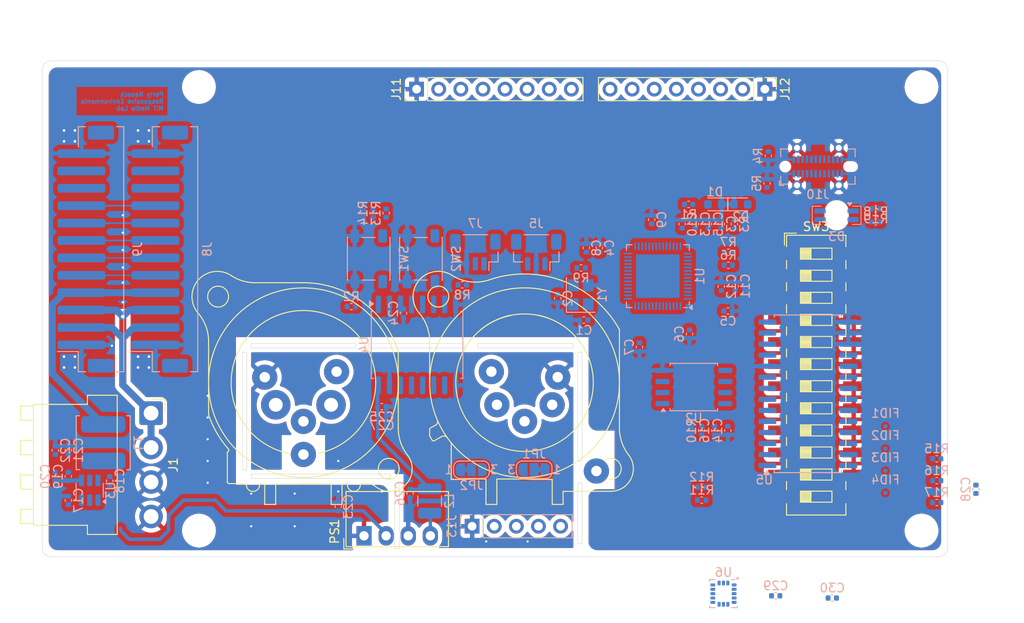
<source format=kicad_pcb>
(kicad_pcb (version 20240108) (generator "pcbnew") (generator_version "8.0")
  (title_block (title "Generic Pan Tilt PCB") (date "2024-07-16") (company "Responsive Environments, MIT Media Lab") (comment 1 "Perry Naseck, Sam Chin, Brian Mayton"))
  (layers (0 "F.Cu" mixed) (31 "B.Cu" mixed) (34 "B.Paste" user) (35 "F.Paste" user) (36 "B.SilkS" user "B.Silkscreen") (37 "F.SilkS" user "F.Silkscreen") (38 "B.Mask" user) (39 "F.Mask" user) (44 "Edge.Cuts" user))
  (net 0 "")
  (net 1 "Net-(D1-A)")
  (net 2 "GND")
  (net 3 "+3V3")
  (net 4 "/generic-pan-tilt-pcb_dmx-expansion/EXP_IN_+")
  (net 5 "/generic-pan-tilt-pcb_dmx-expansion/EXP_IN_-")
  (net 6 "/RS485_GND")
  (net 7 "/RS485_B-")
  (net 8 "/RS485_A+")
  (net 9 "/generic-pan-tilt-pcb_dmx-expansion/EXP_OUT_+")
  (net 10 "/generic-pan-tilt-pcb_dmx-expansion/EXP_OUT_-")
  (net 11 "/SWDIO")
  (net 12 "/EXP_IRQ1")
  (net 13 "/EXP_POCI")
  (net 14 "/I2C_MOT_SCL")
  (net 15 "/EXP_RESET")
  (net 16 "/SPI_MOT_PICO")
  (net 17 "/I2C0_SCL")
  (net 18 "+1V1")
  (net 19 "/RS485_TX")
  (net 20 "/EXP_SCK")
  (net 21 "/LED_BOOT")
  (net 22 "/UART_RX")
  (net 23 "/EXP_CS1")
  (net 24 "/UART_TX")
  (net 25 "/EXP_IRQ0")
  (net 26 "/EXP_PICO")
  (net 27 "/I2C_MOT_SDA")
  (net 28 "/generic-pan-tilt-pcb_rp2040/QSPI_SD3")
  (net 29 "/SPI_MOT_CS_MOT1_GPIO")
  (net 30 "/generic-pan-tilt-pcb_rp2040/QSPI_SD2")
  (net 31 "/RESET")
  (net 32 "/SPI_MOT_CS_MOT1_CNTLR")
  (net 33 "/generic-pan-tilt-pcb_rp2040/XIN")
  (net 34 "/RS485_RX")
  (net 35 "/RS485_~{RE}")
  (net 36 "/SPI_MOT_POCI")
  (net 39 "/generic-pan-tilt-pcb_rp2040/XOUT")
  (net 40 "/SWCLK")
  (net 41 "/I2C0_SDA")
  (net 42 "/generic-pan-tilt-pcb_rp2040/QSPI_SD0")
  (net 43 "/EXP_CS0")
  (net 44 "/BOOTSEL")
  (net 45 "/RS485_DE")
  (net 46 "/SPI_MOT_CS_MOT0_CNTLR")
  (net 47 "/SPI_MOT_CS_MOT0_GPIO")
  (net 48 "/generic-pan-tilt-pcb_rp2040/QSPI_SD1")
  (net 49 "/SPI_MOT_SCK")
  (net 52 "/generic-pan-tilt-pcb_rp2040/QSPI_CLK")
  (net 53 "+24V")
  (net 56 "/generic-pan-tilt-pcb_rs485/+3V3_ISO")
  (net 57 "/RS485_OUT_B-")
  (net 59 "/RS485_OUT_A+")
  (net 61 "/generic-pan-tilt-pcb_hid/DIP3")
  (net 62 "/generic-pan-tilt-pcb_hid/DIP0")
  (net 65 "/generic-pan-tilt-pcb_hid/DIP11")
  (net 66 "/generic-pan-tilt-pcb_hid/DIP10")
  (net 67 "/generic-pan-tilt-pcb_hid/DIP6")
  (net 68 "Net-(U5-~{RESET})")
  (net 69 "/generic-pan-tilt-pcb_hid/DIP4")
  (net 70 "/generic-pan-tilt-pcb_hid/DIP9")
  (net 72 "/generic-pan-tilt-pcb_hid/DIP1")
  (net 73 "/generic-pan-tilt-pcb_hid/DIP7")
  (net 74 "/generic-pan-tilt-pcb_hid/DIP5")
  (net 75 "Net-(U5-INTA)")
  (net 76 "/generic-pan-tilt-pcb_hid/LED1_G")
  (net 77 "Net-(U5-INTB)")
  (net 78 "/generic-pan-tilt-pcb_hid/DIP2")
  (net 79 "/generic-pan-tilt-pcb_hid/LED1_R")
  (net 80 "/generic-pan-tilt-pcb_hid/DIP8")
  (net 87 "Net-(R2-Pad2)")
  (net 88 "Net-(D2-A)")
  (net 89 "Net-(J10-CC2)")
  (net 90 "Net-(J10-CC1)")
  (net 91 "/USB_D-")
  (net 92 "/USB_D+")
  (net 93 "/generic-pan-tilt-pcb_rp2040/XOUT_R")
  (net 94 "VBUS")
  (net 97 "/generic-pan-tilt-pcb_24v_to_3.3v/+3V3_UNFILTERED")
  (net 98 "/generic-pan-tilt-pcb_24v_to_3.3v/+3V3_BST")
  (net 99 "/generic-pan-tilt-pcb_rs485/+3V3_ISO_UNFILTERED")
  (net 100 "/generic-pan-tilt-pcb_rp2040/USB_UNTERMINATED_D-")
  (net 101 "/generic-pan-tilt-pcb_rp2040/USB_UNTERMINATED_D+")
  (net 102 "Net-(D3-K1)")
  (net 103 "Net-(D3-K2)")
  (footprint "generic-pan-tilt-pcb:Jack_XLR_Neutrik_NC5MAV_Vertical_mod" (layer "F.Cu") (at 111 103.5)
    (property "Reference" "J2" (hide yes))
    (property "Value" "NC5MAV" (hide yes))
  )
  (footprint "Connector_JST:JST_VH_B4PS-VH_1x04_P3.96mm_Horizontal" (layer "F.Cu") (at 93.5 107 -90)
    (property "Reference" "J1")
    (property "Value" "B4P-VH-FB-B")
  )
  (footprint "generic-pan-tilt-pcb:Jack_XLR_Neutrik_NC5FAV_Vertical_mod" (layer "F.Cu") (at 136.4 103.5)
    (property "Reference" "J3" (hide yes))
    (property "Value" "NC5FAV" (hide yes))
  )
  (footprint "Connector_PinHeader_2.54mm:PinHeader_1x08_P2.54mm_Vertical" (layer "F.Cu") (at 164 69.75 -90)
    (property "Reference" "J12")
    (property "Value" "Conn_01x08")
  )
  (footprint "MountingHole:MountingHole_3.2mm_M3" (layer "F.Cu") (at 99 120.5)
    (property "Reference" "H4" (hide yes))
    (property "Value" "MountingHole" (hide yes))
  )
  (footprint "Connector_PinHeader_2.54mm:PinHeader_1x08_P2.54mm_Vertical" (layer "F.Cu") (at 124 69.75 90)
    (property "Reference" "J11")
    (property "Value" "Conn_01x08")
  )
  (footprint "Button_Switch_SMD:SW_DIP_SPSTx12_Slide_6.7x32.04mm_W8.61mm_P2.54mm_LowProfile" (layer "F.Cu") (at 169.905 102.63)
    (property "Reference" "SW3")
    (property "Value" "219-12LPST")
  )
  (footprint "MountingHole:MountingHole_3.2mm_M3" (layer "F.Cu") (at 99 69.5)
    (property "Reference" "H1" (hide yes))
    (property "Value" "MountingHole" (hide yes))
  )
  (footprint "generic-pan-tilt-pcb:Converter_DCDC_Murata_CMExxxxS3C_THT" (layer "F.Cu") (at 117.96 121.1 90)
    (property "Reference" "PS1")
    (property "Value" "CME0303S3C")
  )
  (footprint "MountingHole:MountingHole_3.2mm_M3" (layer "F.Cu") (at 182 120.5)
    (property "Reference" "H3" (hide yes))
    (property "Value" "MountingHole" (hide yes))
  )
  (footprint "MountingHole:MountingHole_3.2mm_M3" (layer "F.Cu") (at 182 69.5)
    (property "Reference" "H2" (hide yes))
    (property "Value" "MountingHole" (hide yes))
  )
  (footprint "Capacitor_SMD:C_0402_1005Metric" (layer "B.Cu") (at 156.75 115.5 180)
    (property "Reference" "R12")
    (property "Value" "3.3kΩ")
  )
  (footprint "Jumper:SolderJumper-3_P1.3mm_Bridged12_RoundedPad1.0x1.5mm_NumberLabels" (layer "B.Cu") (at 137.5 113.5 180)
    (property "Reference" "JP1")
    (property "Value" "SolderJumper_3_Bridged12")
  )
  (footprint "Package_SO:SOIC-28W_7.5x17.9mm_P1.27mm" (layer "B.Cu") (at 168.95 104.775)
    (property "Reference" "U5")
    (property "Value" "MCP23017_SO")
  )
  (footprint "Connector_JST:JST_PH_B12B-PH-SM4-TB_1x12-1MP_P2.00mm_Vertical" (layer "B.Cu") (at 86 88.15 90)
    (property "Reference" "J9")
    (property "Value" "B12B-PH-SM4-TB")
  )
  (footprint "Capacitor_SMD:C_0402_1005Metric" (layer "B.Cu") (at 156.0125 85.25 90)
    (property "Reference" "C13")
    (property "Value" "0.1µF 10V")
  )
  (footprint "Capacitor_SMD:C_0402_1005Metric" (layer "B.Cu") (at 123.25 116.23 -90)
    (property "Reference" "C26")
    (property "Value" "10µF 10V")
  )
  (footprint "Capacitor_SMD:C_0402_1005Metric" (layer "B.Cu") (at 120.5 84 -90)
    (property "Reference" "R13")
    (property "Value" "3.3kΩ")
  )
  (footprint "Capacitor_SMD:C_0402_1005Metric" (layer "B.Cu") (at 155.35 97.9 -90)
    (property "Reference" "C6")
    (property "Value" "0.1µF 10V")
  )
  (footprint "Capacitor_SMD:C_0402_1005Metric" (layer "B.Cu") (at 176.75 85 180)
    (property "Reference" "R18")
    (property "Value" "108Ω")
  )
  (footprint "Capacitor_SMD:C_0402_1005Metric" (layer "B.Cu") (at 115 117.75 90)
    (property "Reference" "C23")
    (property "Value" "10µF 10V")
  )
  (footprint "Capacitor_SMD:C_0402_1005Metric" (layer "B.Cu") (at 183.75 117.27 180)
    (property "Reference" "R17")
    (property "Value" "10kΩ")
  )
  (footprint "Capacitor_SMD:C_0402_1005Metric" (layer "B.Cu") (at 119 84 -90)
    (property "Reference" "R14")
    (property "Value" "3.3kΩ")
  )
  (footprint "Capacitor_SMD:C_0402_1005Metric" (layer "B.Cu") (at 165.25 128 180)
    (property "Reference" "C29")
    (property "Value" "0.1µF 10V")
  )
  (footprint "Capacitor_SMD:C_0402_1005Metric" (layer "B.Cu") (at 164.4 77.425 -90)
    (property "Reference" "R4")
    (property "Value" "5.1kΩ")
  )
  (footprint "Capacitor_SMD:C_0402_1005Metric" (layer "B.Cu") (at 149.6 99.4 -90)
    (property "Reference" "C7")
    (property "Value" "0.1µF 10V")
  )
  (footprint "Package_DFN_QFN:QFN-56-1EP_7x7mm_P0.4mm_EP3.2x3.2mm" (layer "B.Cu") (at 151.7125 91.25 90)
    (property "Reference" "U1")
    (property "Value" "RP2040")
  )
  (footprint "Capacitor_SMD:C_0402_1005Metric" (layer "B.Cu") (at 188.25 115.75 -90)
    (property "Reference" "C28")
    (property "Value" "0.1µF 10V")
  )
  (footprint "Crystal:Crystal_SMD_3225-4Pin_3.2x2.5mm" (layer "B.Cu") (at 142.8625 93.4 90)
    (property "Reference" "Y1")
    (property "Value" "ABM8-272-T3")
  )
  (footprint "Capacitor_SMD:C_0402_1005Metric" (layer "B.Cu") (at 156.75 109 -90)
    (property "Reference" "R10")
    (property "Value" "10kΩ")
  )
  (footprint "Capacitor_SMD:C_0402_1005Metric" (layer "B.Cu") (at 157.5 85.25 90)
    (property "Reference" "C15")
    (property "Value" "1µF 10V")
  )
  (footprint "Capacitor_SMD:C_0402_1005Metric" (layer "B.Cu") (at 82.5 114.275 -90)
    (property "Reference" "C20")
    (property "Value" "22µF 10V")
  )
  (footprint "Capacitor_SMD:C_0402_1005Metric" (layer "B.Cu") (at 164.25 80.575 -90)
    (property "Reference" "R5")
    (property "Value" "5.1kΩ")
  )
  (footprint "Capacitor_SMD:C_0402_1005Metric" (layer "B.Cu") (at 84 114.275 -90)
    (property "Reference" "C19")
    (property "Value" "22µF 10V")
  )
  (footprint "Connector_USB:USB_C_Receptacle_GCT_USB4115-03-C" (layer "B.Cu") (at 170.1 78.65)
    (property "Reference" "J10")
    (property "Value" "USB4115-03-C")
  )
  (footprint "Package_TO_SOT_SMD:TSOT-23-6" (layer "B.Cu") (at 86.45 115.8625 90)
    (property "Reference" "U3")
    (property "Value" "AP63203WU")
  )
  (footprint "Capacitor_SMD:C_0402_1005Metric" (layer "B.Cu") (at 159.8125 88.5 180)
    (property "Reference" "R7")
    (property "Value" "27Ω")
  )
  (footprint "Capacitor_SMD:C_0402_1005Metric" (layer "B.Cu") (at 160.5 85.25 90)
    (property "Reference" "R3")
    (property "Value" "55Ω")
  )
  (footprint "LED_SMD:LED_0603_1608Metric" (layer "B.Cu") (at 158.25 83 180)
    (property "Reference" "D1")
    (property "Value" "SML-E12M8WT86")
  )
  (footprint "Capacitor_SMD:C_0402_1005Metric" (layer "B.Cu") (at 142.8875 90.3)
    (property "Reference" "R9")
    (property "Value" "1kΩ")
  )
  (footprint "Button_Switch_SMD:SW_SPST_PTS647_Sx70" (layer "B.Cu") (at 124.5 89.25 90)
    (property "Reference" "SW2")
    (property "Value" "PTS 647 SK70 SMTR2 LFS")
  )
  (footprint "Fiducial:Fiducial_0.5mm_Mask1mm" (layer "B.Cu") (at 177.85 116.165 180)
    (property "Reference" "FID4")
    (property "Value" "Fiducial")
  )
  (footprint "Capacitor_SMD:C_0402_1005Metric" (layer "B.Cu") (at 159 92.425 90)
    (property "Reference" "C12")
    (property "Value" "0.1µF 10V")
  )
  (footprint "LED_SMD:LED_0603_1608Metric" (layer "B.Cu") (at 161.25 83)
    (property "Reference" "D2")
    (property "Value" "SML-E12V8WT86")
  )
  (footprint "Capacitor_SMD:C_0402_1005Metric" (layer "B.Cu") (at 116.5 94.75 180)
    (property "Reference" "R2")
    (property "Value" "1kΩ")
  )
  (footprint "Capacitor_SMD:C_0402_1005Metric" (layer "B.Cu") (at 143.2125 96.3)
    (property "Reference" "C1")
    (property "Value" "15pF 25V")
  )
  (footprint "Button_Switch_SMD:SW_SPST_PTS647_Sx70" (layer "B.Cu") (at 118.5 89.25 90)
    (property "Reference" "SW1")
    (property "Value" "PTS 647 SK70 SMTR2 LFS")
  )
  (footprint "Capacitor_SMD:C_0402_1005Metric" (layer "B.Cu") (at 158.25 109 -90)
    (property "Reference" "C16")
    (property "Value" "2.2µF 10V")
  )
  (footprint "Capacitor_SMD:C_0402_1005Metric" (layer "B.Cu") (at 159 85.25 90)
    (property "Reference" "C3")
    (property "Value" "1µF 10V")
  )
  (footprint "Package_SO:SOIC-16W_7.5x10.3mm_P1.27mm" (layer "B.Cu") (at 124.055 99.15 -90)
    (property "Reference" "U4")
    (property "Value" "ISO1450DW")
  )
  (footprint "Capacitor_SMD:C_0402_1005Metric" (layer "B.Cu") (at 151 84.75 90)
    (property "Reference" "C9")
    (property "Value" "0.1µF 10V")
  )
  (footprint "Capacitor_SMD:C_0402_1005Metric" (layer "B.Cu") (at 160.6 92.4 90)
    (property "Reference" "C11")
    (property "Value" "0.1µF 10V")
  )
  (footprint "Capacitor_SMD:C_0402_1005Metric" (layer "B.Cu") (at 176.75 83.5)
    (property "Reference" "R19")
    (property "Value" "17Ω")
  )
  (footprint "Jumper:SolderJumper-3_P1.3mm_Bridged12_RoundedPad1.0x1.5mm_NumberLabels" (layer "B.Cu") (at 130.3 113.5)
    (property "Reference" "JP2")
    (property "Value" "SolderJumper_3_Bridged12")
  )
  (footprint "Connector_JST:JST_SH_BM03B-SRSS-TB_1x03-1MP_P1.00mm_Vertical" (layer "B.Cu") (at 130.75 88.5 180)
    (property "Reference" "J7")
    (property "Value" "BM03B-SRSS-TB")
  )
  (footprint "Inductor_SMD:L_1210_3225Metric" (layer "B.Cu") (at 125.5 117.1 90)
    (property "Reference" "L2")
    (property "Value" "82103C")
  )
  (footprint "Fiducial:Fiducial_0.5mm_Mask1mm" (layer "B.Cu") (at 177.85 111.065 180)
    (property "Reference" "FID2")
    (property "Value" "Fiducial")
  )
  (footprint "Capacitor_SMD:C_0402_1005Metric" (layer "B.Cu") (at 143.5 88 90)
    (property "Reference" "C8")
    (property "Value" "0.1µF 10V")
  )
  (footprint "LED_SMD:LED_LiteOn_LTST-C235KGKRKT" (layer "B.Cu") (at 172.25 84.25 180)
    (property "Reference" "D3")
    (property "Value" "LTST-C235KGKRKT")
  )
  (footprint "Inductor_SMD:L_TDK_VLS6045EX_VLS6045AF" (layer "B.Cu") (at 88 110.4 90)
    (property "Reference" "L1")
    (property "Value" "VLS6045EX-6R8M")
  )
  (footprint "Capacitor_SMD:C_0402_1005Metric" (layer "B.Cu") (at 154.5 85.25 90)
    (property "Reference" "C10")
    (property "Value" "0.1µF 10V")
  )
  (footprint "Capacitor_SMD:C_0402_1005Metric" (layer "B.Cu") (at 122.5 95.5 -90)
    (property "Reference" "C24")
    (property "Value" "0.1µF 10V")
  )
  (footprint "Capacitor_SMD:C_0402_1005Metric" (layer "B.Cu") (at 88.75 114.78 90)
    (property "Reference" "C18")
    (property "Value" "0.1µF 10V")
  )
  (footprint "Capacitor_SMD:C_0402_1005Metric" (layer "B.Cu") (at 183.75 114.76 180)
    (property "Reference" "R16")
    (property "Value" "10kΩ")
  )
  (footprint "Connector_JST:JST_SH_BM03B-SRSS-TB_1x03-1MP_P1.00mm_Vertical" (layer "B.Cu") (at 137.75 88.5 180)
    (property "Reference" "J5")
    (property "Value" "BM03B-SRSS-TB")
  )
  (footprint "Capacitor_SMD:C_0402_1005Metric" (layer "B.Cu") (at 155.25 83)
    (property "Reference" "R1")
    (property "Value" "55Ω")
  )
  (footprint "Connector_PinHeader_2.54mm:PinHeader_1x05_P2.54mm_Vertical" (layer "B.Cu") (at 130.38 120 -90)
    (property "Reference" "J13")
    (property "Value" "Conn_01x05")
  )
  (footprint "Capacitor_SMD:C_0402_1005Metric" (layer "B.Cu") (at 129.25 92.25)
    (property "Reference" "R8")
    (property "Value" "10kΩ")
  )
  (footprint "Capacitor_SMD:C_0402_1005Metric" (layer "B.Cu") (at 145 88 90)
    (property "Reference" "C4")
    (property "Value" "0.1µF 10V")
  )
  (footprint "Capacitor_SMD:C_0402_1005Metric" (layer "B.Cu") (at 120 106.25)
    (property "Reference" "C25")
    (property "Value" "0.1µF 10V")
  )
  (footprint "Connector_JST:JST_PH_B12B-PH-SM4-TB_1x12-1MP_P2.00mm_Vertical" (layer "B.Cu") (at 94.5 88.15 90)
    (property "Reference" "J8")
    (property "Value" "B12B-PH-SM4-TB")
  )
  (footprint "Fiducial:Fiducial_0.5mm_Mask1mm" (layer "B.Cu") (at 177.85 113.615 180)
    (property "Reference" "FID3")
    (property "Value" "Fiducial")
  )
  (footprint "Capacitor_SMD:C_0402_1005Metric" (layer "B.Cu") (at 159.775 95.25)
    (property "Reference" "C5")
    (property "Value" "0.1µF 10V")
  )
  (footprint "Package_SO:SOIC-8_5.23x5.23mm_P1.27mm" (layer "B.Cu") (at 155.85 104)
    (property "Reference" "U2")
    (property "Value" "W25Q128JVS")
  )
  (footprint "Fiducial:Fiducial_0.5mm_Mask1mm" (layer "B.Cu") (at 177.85 108.515 180)
    (property "Reference" "FID1")
    (property "Value" "Fiducial")
  )
  (footprint "Capacitor_SMD:C_0402_1005Metric" (layer "B.Cu") (at 159.75 109 -90)
    (property "Reference" "C14")
    (property "Value" "0.1µF 10V")
  )
  (footprint "Capacitor_SMD:C_0402_1005Metric" (layer "B.Cu") (at 84 117.03 90)
    (property "Reference" "C17")
    (property "Value" "10µF 50V")
  )
  (footprint "Capacitor_SMD:C_0402_1005Metric" (layer "B.Cu") (at 140.2125 93.8 90)
    (property "Reference" "C2")
    (property "Value" "15pF 25V")
  )
  (footprint "Capacitor_SMD:C_0402_1005Metric" (layer "B.Cu") (at 84 111.25 90)
    (property "Reference" "C21")
    (property "Value" "1µF 10V")
  )
  (footprint "Package_LGA:LGA-16_3x3mm_P0.5mm_LayoutBorder3x5y" (layer "B.Cu") (at 159.25 127.75 180)
    (property "Reference" "U6")
    (property "Value" "LIS3DH")
  )
  (footprint "Capacitor_SMD:C_0402_1005Metric" (layer "B.Cu") (at 159.8125 90 180)
    (property "Reference" "R6")
    (property "Value" "27Ω")
  )
  (footprint "Capacitor_SMD:C_0402_1005Metric" (layer "B.Cu") (at 156.75 117 180)
    (property "Reference" "R11")
    (property "Value" "3.3kΩ")
  )
  (footprint "Capacitor_SMD:C_0402_1005Metric" (layer "B.Cu") (at 120.02 107.25)
    (property "Reference" "C27")
    (property "Value" "4.7μF 10V")
  )
  (footprint "Capacitor_SMD:C_0402_1005Metric" (layer "B.Cu") (at 183.75 112.25 180)
    (property "Reference" "R15")
    (property "Value" "10kΩ")
  )
  (footprint "Capacitor_SMD:C_0402_1005Metric" (layer "B.Cu") (at 82.5 111.275 90)
    (property "Reference" "C22")
    (property "Value" "0.1µF 10V")
  )
  (footprint "Capacitor_SMD:C_0402_1005Metric" (layer "B.Cu") (at 171.75 128.25 180)
    (property "Reference" "C30")
    (property "Value" "10µF 10V")
  )
  (gr_rect (start 131 99) (end 142 99.5) (stroke (width 0.05)) (fill none) (layer "Edge.Cuts"))
  (gr_arc (start 82 123.5) (mid 81.292893 123.207107) (end 81 122.5) (stroke (width 0.05)) (layer "Edge.Cuts"))
  (gr_line (start 82 123.5) (end 184 123.5) (stroke (width 0.05)) (layer "Edge.Cuts"))
  (gr_line (start 81 67.5) (end 81 122.5) (stroke (width 0.05)) (layer "Edge.Cuts"))
  (gr_arc (start 81 67.5) (mid 81.292893 66.792893) (end 82 66.5) (stroke (width 0.05)) (layer "Edge.Cuts"))
  (gr_arc (start 184 66.5) (mid 184.707107 66.792893) (end 185 67.5) (stroke (width 0.05)) (layer "Edge.Cuts"))
  (gr_line (start 184 66.5) (end 82 66.5) (stroke (width 0.05)) (layer "Edge.Cuts"))
  (gr_rect (start 118.5 99) (end 129.5 99.5) (stroke (width 0.05)) (fill none) (layer "Edge.Cuts"))
  (gr_rect (start 105 99) (end 117 99.5) (stroke (width 0.05)) (fill none) (layer "Edge.Cuts"))
  (gr_rect (start 142.5 100) (end 143 112.5) (stroke (width 0.05)) (fill none) (layer "Edge.Cuts"))
  (gr_rect (start 104 100) (end 104.5 113.5) (stroke (width 0.05)) (fill none) (layer "Edge.Cuts"))
  (gr_rect (start 121.5 115.1) (end 122 122.6) (stroke (width 0.05)) (fill none) (layer "Edge.Cuts"))
  (gr_arc (start 185 122.5) (mid 184.707107 123.207107) (end 184 123.5) (stroke (width 0.05)) (layer "Edge.Cuts"))
  (gr_line (start 185 122.5) (end 185 67.5) (stroke (width 0.05)) (layer "Edge.Cuts"))
  (gr_rect (start 105 114) (end 121 114.5) (stroke (width 0.05)) (fill none) (layer "Edge.Cuts"))
  (gr_rect (start 142.5 115) (end 143 122) (stroke (width 0.05)) (fill none) (layer "Edge.Cuts"))
  (gr_text "Perry Naseck\nResponsive Environments\nMIT Media Lab" (at 95 72.25 0) (layer "B.Cu") (effects (font (size 0.5 0.5) (thickness 0.125) (bold yes)) (justify left bottom mirror)))
  (via (at 83.5 101.75) (size 0.6) (drill 0.3) (layers "F.Cu" "B.Cu") (net 2))
  (via (at 100 107.5) (size 0.5) (drill 0.25) (layers "F.Cu" "B.Cu") (net 2))
  (via (at 90.25 86.25) (size 0.5) (drill 0.25) (layers "F.Cu" "B.Cu") (net 2))
  (via (at 84.75 75.75) (size 0.6) (drill 0.3) (layers "F.Cu" "B.Cu") (net 2))
  (via (at 84.75 100.5) (size 0.6) (drill 0.3) (layers "F.Cu" "B.Cu") (net 2))
  (via (at 84.75 101.75) (size 0.6) (drill 0.3) (layers "F.Cu" "B.Cu") (net 2))
  (via (at 92 75.75) (size 0.6) (drill 0.3) (layers "F.Cu" "B.Cu") (net 2))
  (via (at 100 110) (size 0.5) (drill 0.25) (layers "F.Cu" "B.Cu") (net 2))
  (via (at 93.25 74.5) (size 0.6) (drill 0.3) (layers "F.Cu" "B.Cu") (net 2))
  (via (at 90.25 94.25) (size 0.5) (drill 0.25) (layers "F.Cu" "B.Cu") (net 2))
  (via (at 120 116) (size 0.5) (drill 0.25) (layers "F.Cu" "B.Cu") (net 2))
  (via (at 92 74.5) (size 0.6) (drill 0.3) (layers "F.Cu" "B.Cu") (net 2))
  (via (at 100 112.5) (size 0.5) (drill 0.25) (layers "F.Cu" "B.Cu") (net 2))
  (via (at 100 115) (size 0.5) (drill 0.25) (layers "F.Cu" "B.Cu") (net 2))
  (via (at 92 100.5) (size 0.6) (drill 0.3) (layers "F.Cu" "B.Cu") (net 2))
  (via (at 100 105) (size 0.5) (drill 0.25) (layers "F.Cu" "B.Cu") (net 2))
  (via (at 110 120) (size 0.5) (drill 0.25) (layers "F.Cu" "B.Cu") (net 2))
  (via (at 93.25 100.5) (size 0.6) (drill 0.3) (layers "F.Cu" "B.Cu") (net 2))
  (via (at 105 116.25) (size 0.5) (drill 0.25) (layers "F.Cu" "B.Cu") (net 2))
  (via (at 90.25 84.25) (size 0.5) (drill 0.25) (layers "F.Cu" "B.Cu") (net 2))
  (via (at 83.5 75.75) (size 0.6) (drill 0.3) (layers "F.Cu" "B.Cu") (net 2))
  (via (at 93.25 101.75) (size 0.6) (drill 0.3) (layers "F.Cu" "B.Cu") (net 2))
  (via (at 90.25 92) (size 0.5) (drill 0.25) (layers "F.Cu" "B.Cu") (net 2))
  (via (at 89 99.25) (size 0.5) (drill 0.25) (layers "F.Cu" "B.Cu") (net 2))
  (via (at 105 120) (size 0.5) (drill 0.25) (layers "F.Cu" "B.Cu") (net 2))
  (via (at 83.5 100.5) (size 0.6) (drill 0.3) (layers "F.Cu" "B.Cu") (net 2))
  (via (at 93.25 75.75) (size 0.6) (drill 0.3) (layers "F.Cu" "B.Cu") (net 2))
  (via (at 110 116.25) (size 0.5) (drill 0.25) (layers "F.Cu" "B.Cu") (net 2))
  (via (at 84.75 74.5) (size 0.6) (drill 0.3) (layers "F.Cu" "B.Cu") (net 2))
  (via (at 115 116) (size 0.5) (drill 0.25) (layers "F.Cu" "B.Cu") (net 2))
  (via (at 90.25 88.25) (size 0.5) (drill 0.25) (layers "F.Cu" "B.Cu") (net 2))
  (via (at 92 101.75) (size 0.6) (drill 0.3) (layers "F.Cu" "B.Cu") (net 2))
  (via (at 90.25 90.25) (size 0.5) (drill 0.25) (layers "F.Cu" "B.Cu") (net 2))
  (via (at 83.5 74.5) (size 0.6) (drill 0.3) (layers "F.Cu" "B.Cu") (net 2))
  (via (at 115 120) (size 0.5) (drill 0.25) (layers "F.Cu" "B.Cu") (net 2))
  (segment (start 85.5 99.15) (end 88.9 99.15) (width 0.15) (layer "B.Cu") (net 2))
  (segment (start 88.9 99.15) (end 89 99.25) (width 0.15) (layer "B.Cu") (net 2))
  (segment (start 94.5 121.5) (end 95.5 120.5) (width 0.4) (layer "B.Cu") (net 3))
  (segment (start 115 118.23) (end 117.88 118.23) (width 0.4) (layer "B.Cu") (net 3))
  (segment (start 84.04099 93.15) (end 86 93.15) (width 0.8) (layer "B.Cu") (net 3))
  (segment (start 102.105 118.23) (end 115 118.23) (width 0.4) (layer "B.Cu") (net 3))
  (segment (start 91 121.5) (end 94.5 121.5) (width 0.4) (layer "B.Cu") (net 3))
  (segment (start 90 120.5) (end 91 121.5) (width 0.4) (layer "B.Cu") (net 3))
  (segment (start 90 120.25) (end 90 120.5) (width 0.4) (layer "B.Cu") (net 3))
  (segment (start 85.5 93.15) (end 83.54099 93.15) (width 0.8) (layer "B.Cu") (net 3))
  (segment (start 120.5 120.85) (end 120.5 121.1) (width 0.4) (layer "B.Cu") (net 3))
  (segment (start 86 93.15) (end 94.5 93.15) (width 0.8) (layer "B.Cu") (net 3))
  (segment (start 117.88 118.23) (end 120.5 120.85) (width 0.4) (layer "B.Cu") (net 3))
  (segment (start 82.15 102.45) (end 88 108.3) (width 0.8) (layer "B.Cu") (net 3))
  (segment (start 95.5 118.75) (end 97.25 117) (width 0.4) (layer "B.Cu") (net 3))
  (segment (start 83.54099 93.15) (end 82.15 94.54099) (width 0.8) (layer "B.Cu") (net 3))
  (segment (start 82.15 94.54099) (end 82.15 102.45) (width 0.8) (layer "B.Cu") (net 3))
  (segment (start 100.875 117) (end 102.105 118.23) (width 0.4) (layer "B.Cu") (net 3))
  (segment (start 97.25 117) (end 100.875 117) (width 0.4) (layer "B.Cu") (net 3))
  (segment (start 95.5 120.5) (end 95.5 118.75) (width 0.4) (layer "B.Cu") (net 3))
  (via (at 128 120) (size 0.5) (drill 0.25) (layers "F.Cu" "B.Cu") (net 6))
  (via (at 132 121.75) (size 0.5) (drill 0.25) (layers "F.Cu" "B.Cu") (net 6))
  (via (at 136.75 121.75) (size 0.5) (drill 0.25) (layers "F.Cu" "B.Cu") (net 6))
  (via (at 115 112.5) (size 0.5) (drill 0.25) (layers "F.Cu" "B.Cu") (net 6))
  (segment (start 123 121.06) (end 123.04 121.1) (width 0.4) (layer "B.Cu") (net 6))
  (segment (start 86 89.15) (end 94.5 89.15) (width 0.15) (layer "B.Cu") (net 14))
  (segment (start 86 83.15) (end 94.5 83.15) (width 0.2) (layer "B.Cu") (net 16))
  (segment (start 86 91.15) (end 94.5 91.15) (width 0.15) (layer "B.Cu") (net 27))
  (segment (start 86 85.15) (end 94.5 85.15) (width 0.2) (layer "B.Cu") (net 36))
  (segment (start 86 87.15) (end 94.5 87.15) (width 0.2) (layer "B.Cu") (net 49))
  (segment (start 90.25 103.75) (end 93.5 107) (width 0.8) (layer "F.Cu") (net 53))
  (segment (start 93.5 110.96) (end 93.5 107) (width 0.8) (layer "F.Cu") (net 53))
  (segment (start 90.25 95.9) (end 90.25 103.75) (width 0.8) (layer "F.Cu") (net 53))
  (via (at 90.25 95.9) (size 0.8) (drill 0.4) (layers "F.Cu" "B.Cu") (net 53))
  (segment (start 89.5 95.15) (end 86 95.15) (width 0.8) (layer "B.Cu") (net 53))
  (segment (start 90.25 95.9) (end 91 95.15) (width 0.8) (layer "B.Cu") (net 53))
  (segment (start 90.25 95.9) (end 89.5 95.15) (width 0.8) (layer "B.Cu") (net 53))
  (segment (start 89 97.15) (end 86 97.15) (width 0.8) (layer "B.Cu") (net 53))
  (segment (start 93.5 110.96) (end 93.5 107) (width 0.8) (layer "B.Cu") (net 53))
  (segment (start 91.5 97.15) (end 94.5 97.15) (width 0.8) (layer "B.Cu") (net 53))
  (segment (start 90.25 103.75) (end 93.5 107) (width 0.8) (layer "B.Cu") (net 53))
  (segment (start 91 95.15) (end 94.5 95.15) (width 0.8) (layer "B.Cu") (net 53))
  (segment (start 90.25 98.4) (end 90.25 103.75) (width 0.8) (layer "B.Cu") (net 53))
  (segment (start 90.25 98.4) (end 89 97.15) (width 0.8) (layer "B.Cu") (net 53))
  (segment (start 90.25 98.4) (end 91.5 97.15) (width 0.8) (layer "B.Cu") (net 53))
  (segment (start 119.52 106.25) (end 119.52 107.23) (width 0.4) (layer "B.Cu") (net 56))
  (segment (start 119.52 106.25) (end 119.52 103.89) (width 0.4) (layer "B.Cu") (net 56))
  (segment (start 119.52 107.23) (end 119.54 107.25) (width 0.4) (layer "B.Cu") (net 56))
  (segment (start 119.54 107.25) (end 119.54 109.74) (width 0.4) (layer "B.Cu") (net 56))
  (segment (start 125.45 115.75) (end 125.5 115.7) (width 0.4) (layer "B.Cu") (net 56))
  (segment (start 123.25 115.75) (end 125.45 115.75) (width 0.4) (layer "B.Cu") (net 56))
  (segment (start 119.52 103.89) (end 119.61 103.8) (width 0.4) (layer "B.Cu") (net 56))
  (segment (start 119.54 109.74) (end 125.5 115.7) (width 0.4) (layer "B.Cu") (net 56))
  (segment (start 125.58 121.1) (end 125.58 118.58) (width 0.4) (layer "B.Cu") (net 99))
  (segment (start 125.58 118.58) (end 125.5 118.5) (width 0.4) (layer "B.Cu") (net 99))
  (zone (net 6) (net_name "/RS485_GND") (layers "F&B.Cu") (name "RS485_GND") (connect_pads (clearance 0.5)) (min_thickness 0.25) (fill yes (thermal_gap 0.5) (thermal_bridge_width 0.5))
    (polygon (pts (xy 142 100) (xy 142 109) (xy 142 122.5) (xy 122.5 122.5) (xy 122.5 114) (xy 121.5 114) (xy 121.5 113.5) (xy 113.5 113.5) (xy 113.5 109.5) (xy 108.5 109.5) (xy 108.5 113.5) (xy 105 113.5) (xy 105 100)))
  )
  (zone (net 2) (net_name "GND") (layers "F&B.Cu") (priority 1) (connect_pads (clearance 0.5)) (min_thickness 0.25) (fill yes (thermal_gap 0.5) (thermal_bridge_width 0.5) (smoothing fillet) (radius 1))
    (polygon (pts (xy 184.25 67.25) (xy 184.25 122.75) (xy 143.75 122.75) (xy 143.75 115.75) (xy 146.75 115.75) (xy 146.75 109) (xy 143.75 109) (xy 143.75 98.25) (xy 103.25 98.25) (xy 103.25 115.25) (xy 120.75 115.25) (xy 120.75 122.75) (xy 81.75 122.75) (xy 81.75 67.25)))
  )
)
</source>
